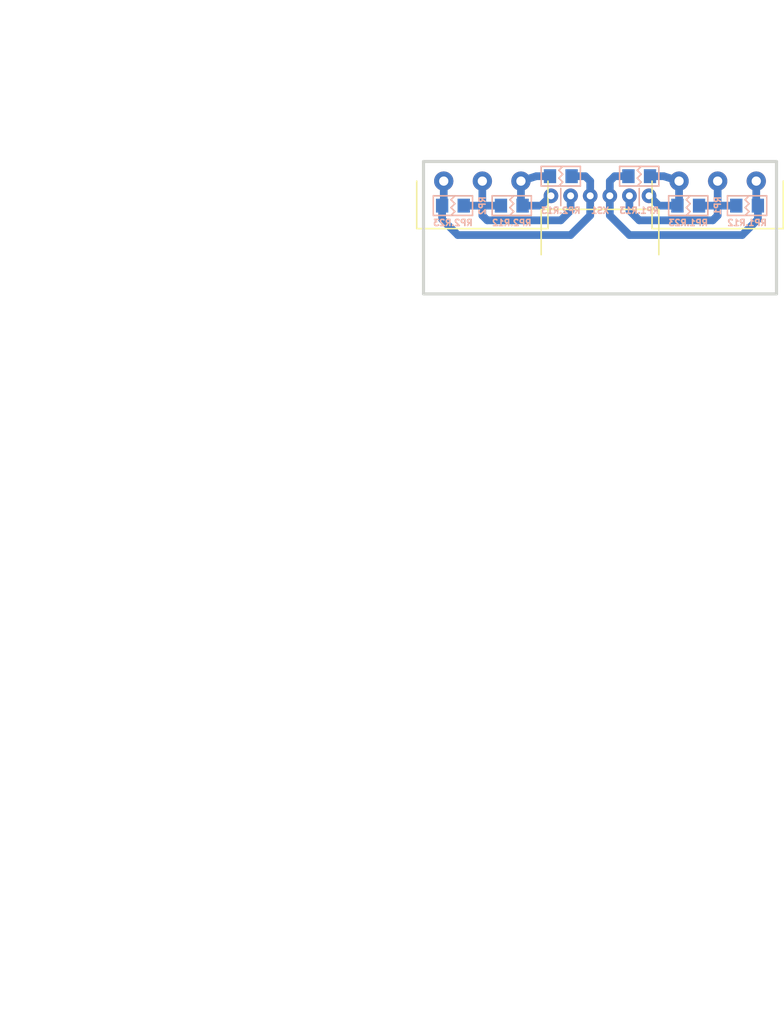
<source format=kicad_pcb>
(kicad_pcb (version 20171130) (host pcbnew 5.1.12-84ad8e8a86~92~ubuntu20.04.1)

  (general
    (thickness 1.6)
    (drawings 7)
    (tracks 44)
    (zones 0)
    (modules 9)
    (nets 7)
  )

  (page A4 portrait)
  (title_block
    (title ТКП-1.26.C-2)
    (date 2025-01-28)
    (rev 1C)
    (company "Great Depression Phaser Potentiometer Board [REV1C]")
    (comment 1 http://github.com/Adept666)
    (comment 2 "Igor Ivanov (Игорь Иванов)")
    (comment 3 -ТТКРЧПДЛ-)
    (comment 4 "This project is licensed under GNU General Public License v3.0 or later")
  )

  (layers
    (0 F.Cu signal)
    (31 B.Cu signal)
    (36 B.SilkS user)
    (38 B.Mask user)
    (39 F.Mask user)
    (44 Edge.Cuts user)
    (45 Margin user)
    (46 B.CrtYd user)
    (47 F.CrtYd user)
    (48 B.Fab user)
    (49 F.Fab user)
  )

  (setup
    (last_trace_width 1)
    (user_trace_width 0.6)
    (trace_clearance 0.2)
    (zone_clearance 0.6)
    (zone_45_only no)
    (trace_min 0.2)
    (via_size 1.5)
    (via_drill 0.5)
    (via_min_size 0.6)
    (via_min_drill 0.3)
    (uvia_size 0.6)
    (uvia_drill 0.3)
    (uvias_allowed no)
    (uvia_min_size 0.6)
    (uvia_min_drill 0.3)
    (edge_width 0.4)
    (segment_width 0.6)
    (pcb_text_width 0.2)
    (pcb_text_size 1 1)
    (mod_edge_width 0.2)
    (mod_text_size 1 1)
    (mod_text_width 0.2)
    (pad_size 1.6 1.8)
    (pad_drill 0)
    (pad_to_mask_clearance 0.1)
    (solder_mask_min_width 0.2)
    (aux_axis_origin 0 0)
    (visible_elements 7FFFFFFF)
    (pcbplotparams
      (layerselection 0x20000_7ffffffe)
      (usegerberextensions false)
      (usegerberattributes false)
      (usegerberadvancedattributes false)
      (creategerberjobfile false)
      (excludeedgelayer false)
      (linewidth 0.100000)
      (plotframeref true)
      (viasonmask false)
      (mode 1)
      (useauxorigin false)
      (hpglpennumber 1)
      (hpglpenspeed 20)
      (hpglpendiameter 15.000000)
      (psnegative false)
      (psa4output false)
      (plotreference false)
      (plotvalue true)
      (plotinvisibletext false)
      (padsonsilk true)
      (subtractmaskfromsilk false)
      (outputformat 4)
      (mirror false)
      (drillshape 0)
      (scaleselection 1)
      (outputdirectory ""))
  )

  (net 0 "")
  (net 1 "Net-(RP1-Pad3)")
  (net 2 "Net-(RP1-Pad1)")
  (net 3 "Net-(RP1-Pad2)")
  (net 4 "Net-(RP2-Pad3)")
  (net 5 "Net-(RP2-Pad1)")
  (net 6 "Net-(RP2-Pad2)")

  (net_class Default "This is the default net class."
    (clearance 0.2)
    (trace_width 1)
    (via_dia 1.5)
    (via_drill 0.5)
    (uvia_dia 0.6)
    (uvia_drill 0.3)
    (diff_pair_width 0.2)
    (diff_pair_gap 0.2)
    (add_net "Net-(RP1-Pad1)")
    (add_net "Net-(RP1-Pad2)")
    (add_net "Net-(RP1-Pad3)")
    (add_net "Net-(RP2-Pad1)")
    (add_net "Net-(RP2-Pad2)")
    (add_net "Net-(RP2-Pad3)")
  )

  (module SBKCL-TH-SL:RP-PDB181-K-20-P-CIRCULAR (layer F.Cu) (tedit 61D0A493) (tstamp 5FE6D9E5)
    (at 90.17 142.875 180)
    (path /5FE7A122)
    (fp_text reference RP2 (at 0 -3.175 270) (layer B.SilkS)
      (effects (font (size 0.8 0.8) (thickness 0.2)) (justify mirror))
    )
    (fp_text value B50K (at 0 -1.27 180) (layer F.Fab)
      (effects (font (size 1 1) (thickness 0.2)))
    )
    (fp_line (start -8.5 -6.15) (end 8.5 -6.15) (layer F.Fab) (width 0.2))
    (fp_line (start -8.5 3.35) (end 8.5 3.35) (layer F.Fab) (width 0.2))
    (fp_line (start -3 23.35) (end 3 23.35) (layer F.Fab) (width 0.2))
    (fp_line (start -8.5 -6.15) (end -8.5 3.35) (layer F.Fab) (width 0.2))
    (fp_line (start 8.5 -6.15) (end 8.5 3.35) (layer F.Fab) (width 0.2))
    (fp_line (start -3.5 3.35) (end -3.5 9.85) (layer F.Fab) (width 0.2))
    (fp_line (start 3.5 3.35) (end 3.5 9.85) (layer F.Fab) (width 0.2))
    (fp_line (start -3 9.85) (end -3 23.35) (layer F.Fab) (width 0.2))
    (fp_line (start 3 9.85) (end 3 23.35) (layer F.Fab) (width 0.2))
    (fp_line (start -3.5 9.85) (end 3.5 9.85) (layer F.Fab) (width 0.2))
    (fp_line (start -8.5 -6.15) (end 8.5 -6.15) (layer F.SilkS) (width 0.2))
    (fp_line (start -8.5 -6.15) (end -8.5 0) (layer F.SilkS) (width 0.2))
    (fp_line (start 8.5 -6.15) (end 8.5 0) (layer F.SilkS) (width 0.2))
    (fp_line (start -8.5 -6.15) (end 8.5 -6.15) (layer F.CrtYd) (width 0.1))
    (fp_line (start -8.5 23.35) (end 8.5 23.35) (layer F.CrtYd) (width 0.1))
    (fp_line (start -8.5 -6.15) (end -8.5 23.35) (layer F.CrtYd) (width 0.1))
    (fp_line (start 8.5 -6.15) (end 8.5 23.35) (layer F.CrtYd) (width 0.1))
    (fp_line (start -8.5 5.35) (end -7.366 5.35) (layer F.Fab) (width 0.2))
    (fp_line (start -8.5 3.35) (end -8.5 5.35) (layer F.Fab) (width 0.2))
    (fp_line (start -7.3 3.35) (end -7.3 5.35) (layer F.Fab) (width 0.2))
    (pad 3 thru_hole circle (at 5 0 180) (size 2.5 2.5) (drill 1.2) (layers B.Cu B.Mask)
      (net 4 "Net-(RP2-Pad3)"))
    (pad 1 thru_hole circle (at -5 0 180) (size 2.5 2.5) (drill 1.2) (layers B.Cu B.Mask)
      (net 5 "Net-(RP2-Pad1)"))
    (pad 2 thru_hole circle (at 0 0 180) (size 2.5 2.5) (drill 1.2) (layers B.Cu B.Mask)
      (net 6 "Net-(RP2-Pad2)"))
  )

  (module SBKCL-TH-SL:RP-PDB181-K-20-P-CIRCULAR (layer F.Cu) (tedit 61D0A493) (tstamp 6416FD66)
    (at 120.65 142.875 180)
    (path /60859B26)
    (fp_text reference RP1 (at 0 -3.175 270) (layer B.SilkS)
      (effects (font (size 0.8 0.8) (thickness 0.2)) (justify mirror))
    )
    (fp_text value B50K (at 0 -1.27 180) (layer F.Fab)
      (effects (font (size 1 1) (thickness 0.2)))
    )
    (fp_line (start -8.5 -6.15) (end 8.5 -6.15) (layer F.Fab) (width 0.2))
    (fp_line (start -8.5 3.35) (end 8.5 3.35) (layer F.Fab) (width 0.2))
    (fp_line (start -3 23.35) (end 3 23.35) (layer F.Fab) (width 0.2))
    (fp_line (start -8.5 -6.15) (end -8.5 3.35) (layer F.Fab) (width 0.2))
    (fp_line (start 8.5 -6.15) (end 8.5 3.35) (layer F.Fab) (width 0.2))
    (fp_line (start -3.5 3.35) (end -3.5 9.85) (layer F.Fab) (width 0.2))
    (fp_line (start 3.5 3.35) (end 3.5 9.85) (layer F.Fab) (width 0.2))
    (fp_line (start -3 9.85) (end -3 23.35) (layer F.Fab) (width 0.2))
    (fp_line (start 3 9.85) (end 3 23.35) (layer F.Fab) (width 0.2))
    (fp_line (start -3.5 9.85) (end 3.5 9.85) (layer F.Fab) (width 0.2))
    (fp_line (start -8.5 -6.15) (end 8.5 -6.15) (layer F.SilkS) (width 0.2))
    (fp_line (start -8.5 -6.15) (end -8.5 0) (layer F.SilkS) (width 0.2))
    (fp_line (start 8.5 -6.15) (end 8.5 0) (layer F.SilkS) (width 0.2))
    (fp_line (start -8.5 -6.15) (end 8.5 -6.15) (layer F.CrtYd) (width 0.1))
    (fp_line (start -8.5 23.35) (end 8.5 23.35) (layer F.CrtYd) (width 0.1))
    (fp_line (start -8.5 -6.15) (end -8.5 23.35) (layer F.CrtYd) (width 0.1))
    (fp_line (start 8.5 -6.15) (end 8.5 23.35) (layer F.CrtYd) (width 0.1))
    (fp_line (start -8.5 5.35) (end -7.366 5.35) (layer F.Fab) (width 0.2))
    (fp_line (start -8.5 3.35) (end -8.5 5.35) (layer F.Fab) (width 0.2))
    (fp_line (start -7.3 3.35) (end -7.3 5.35) (layer F.Fab) (width 0.2))
    (pad 3 thru_hole circle (at 5 0 180) (size 2.5 2.5) (drill 1.2) (layers B.Cu B.Mask)
      (net 1 "Net-(RP1-Pad3)"))
    (pad 1 thru_hole circle (at -5 0 180) (size 2.5 2.5) (drill 1.2) (layers B.Cu B.Mask)
      (net 2 "Net-(RP1-Pad1)"))
    (pad 2 thru_hole circle (at 0 0 180) (size 2.5 2.5) (drill 1.2) (layers B.Cu B.Mask)
      (net 3 "Net-(RP1-Pad2)"))
  )

  (module SBKCL-TH-SL:CON-PBS-06R-CIRCULAR (layer F.Cu) (tedit 63D83BB1) (tstamp 6416D743)
    (at 105.41 144.78)
    (path /60033671)
    (fp_text reference XS1 (at 0 1.905) (layer B.SilkS)
      (effects (font (size 0.8 0.8) (thickness 0.2)) (justify mirror))
    )
    (fp_text value PBS-06R (at 0 5.715) (layer F.Fab)
      (effects (font (size 1 1) (thickness 0.2)))
    )
    (fp_line (start 7.62 -0.45) (end 7.62 10.16) (layer F.CrtYd) (width 0.1))
    (fp_line (start -7.62 -0.45) (end -7.62 10.16) (layer F.CrtYd) (width 0.1))
    (fp_line (start -7.62 10.16) (end 7.62 10.16) (layer F.CrtYd) (width 0.1))
    (fp_line (start -7.62 -0.45) (end 7.62 -0.45) (layer F.CrtYd) (width 0.1))
    (fp_line (start 7.62 1.76) (end 7.62 7.62) (layer F.SilkS) (width 0.2))
    (fp_line (start -7.62 1.76) (end -7.62 7.62) (layer F.SilkS) (width 0.2))
    (fp_line (start -7.62 1.76) (end 7.62 1.76) (layer F.SilkS) (width 0.2))
    (fp_line (start -7.62 1.76) (end 7.62 1.76) (layer F.Fab) (width 0.2))
    (fp_line (start -7.62 10.16) (end 7.62 10.16) (layer F.Fab) (width 0.2))
    (fp_line (start -7.62 1.76) (end -7.62 10.16) (layer F.Fab) (width 0.2))
    (fp_line (start 7.62 1.76) (end 7.62 10.16) (layer F.Fab) (width 0.2))
    (pad 6 thru_hole circle (at 6.35 0) (size 1.9 1.9) (drill 0.9) (layers B.Cu B.Mask)
      (net 1 "Net-(RP1-Pad3)"))
    (pad 5 thru_hole circle (at 3.81 0) (size 1.9 1.9) (drill 0.9) (layers B.Cu B.Mask)
      (net 3 "Net-(RP1-Pad2)"))
    (pad 4 thru_hole circle (at 1.27 0) (size 1.9 1.9) (drill 0.9) (layers B.Cu B.Mask)
      (net 2 "Net-(RP1-Pad1)"))
    (pad 1 thru_hole circle (at -6.35 0) (size 1.9 1.9) (drill 0.9) (layers B.Cu B.Mask)
      (net 5 "Net-(RP2-Pad1)"))
    (pad 2 thru_hole circle (at -3.81 0) (size 1.9 1.9) (drill 0.9) (layers B.Cu B.Mask)
      (net 6 "Net-(RP2-Pad2)"))
    (pad 3 thru_hole circle (at -1.27 0) (size 1.9 1.9) (drill 0.9) (layers B.Cu B.Mask)
      (net 4 "Net-(RP2-Pad3)"))
  )

  (module KCL-SM:R-SM-1206 (layer B.Cu) (tedit 610FE4F7) (tstamp 6416E107)
    (at 86.36 146.05)
    (path /641E9308)
    (fp_text reference RP2.R23 (at 0 2.2225) (layer B.SilkS)
      (effects (font (size 0.8 0.8) (thickness 0.2)) (justify mirror))
    )
    (fp_text value X (at 0 0) (layer B.Fab)
      (effects (font (size 1 1) (thickness 0.2)) (justify mirror))
    )
    (fp_line (start -1.6 0.8) (end -1.6 -0.8) (layer B.Fab) (width 0.2))
    (fp_line (start -1.6 -0.8) (end 1.6 -0.8) (layer B.Fab) (width 0.2))
    (fp_line (start 1.6 0.8) (end 1.6 -0.8) (layer B.Fab) (width 0.2))
    (fp_line (start -1.6 0.8) (end 1.6 0.8) (layer B.Fab) (width 0.2))
    (fp_line (start -2.54 1.27) (end -2.54 -1.27) (layer B.SilkS) (width 0.2))
    (fp_line (start 2.54 1.27) (end 2.54 -1.27) (layer B.SilkS) (width 0.2))
    (fp_line (start -2.54 1.27) (end 2.54 1.27) (layer B.SilkS) (width 0.2))
    (fp_line (start -2.54 -1.27) (end 2.54 -1.27) (layer B.SilkS) (width 0.2))
    (fp_line (start -0.254 -0.762) (end 0.254 -1.27) (layer B.SilkS) (width 0.2))
    (fp_line (start 0.254 -0.254) (end -0.254 -0.762) (layer B.SilkS) (width 0.2))
    (fp_line (start -0.254 0.254) (end 0.254 -0.254) (layer B.SilkS) (width 0.2))
    (fp_line (start 0.254 0.762) (end -0.254 1.27) (layer B.SilkS) (width 0.2))
    (fp_line (start -0.254 0.254) (end 0.254 0.762) (layer B.SilkS) (width 0.2))
    (fp_line (start -2.54 1.27) (end -2.54 -1.27) (layer B.CrtYd) (width 0.1))
    (fp_line (start -2.54 -1.27) (end 2.54 -1.27) (layer B.CrtYd) (width 0.1))
    (fp_line (start 2.54 1.27) (end 2.54 -1.27) (layer B.CrtYd) (width 0.1))
    (fp_line (start -2.54 1.27) (end 2.54 1.27) (layer B.CrtYd) (width 0.1))
    (pad 2 smd rect (at 1.4 0) (size 1.6 1.8) (layers B.Cu B.Mask)
      (net 6 "Net-(RP2-Pad2)"))
    (pad 1 smd rect (at -1.4 0) (size 1.6 1.8) (layers B.Cu B.Mask)
      (net 4 "Net-(RP2-Pad3)"))
  )

  (module KCL-SM:R-SM-1206 (layer B.Cu) (tedit 610FE4F7) (tstamp 641703E0)
    (at 100.33 142.24 180)
    (path /641E9310)
    (fp_text reference RP2.R13 (at 0 -4.445 180) (layer B.SilkS)
      (effects (font (size 0.8 0.8) (thickness 0.2)) (justify mirror))
    )
    (fp_text value X (at 0 0 180) (layer B.Fab)
      (effects (font (size 1 1) (thickness 0.2)) (justify mirror))
    )
    (fp_line (start -1.6 0.8) (end -1.6 -0.8) (layer B.Fab) (width 0.2))
    (fp_line (start -1.6 -0.8) (end 1.6 -0.8) (layer B.Fab) (width 0.2))
    (fp_line (start 1.6 0.8) (end 1.6 -0.8) (layer B.Fab) (width 0.2))
    (fp_line (start -1.6 0.8) (end 1.6 0.8) (layer B.Fab) (width 0.2))
    (fp_line (start -2.54 1.27) (end -2.54 -1.27) (layer B.SilkS) (width 0.2))
    (fp_line (start 2.54 1.27) (end 2.54 -1.27) (layer B.SilkS) (width 0.2))
    (fp_line (start -2.54 1.27) (end 2.54 1.27) (layer B.SilkS) (width 0.2))
    (fp_line (start -2.54 -1.27) (end 2.54 -1.27) (layer B.SilkS) (width 0.2))
    (fp_line (start -0.254 -0.762) (end 0.254 -1.27) (layer B.SilkS) (width 0.2))
    (fp_line (start 0.254 -0.254) (end -0.254 -0.762) (layer B.SilkS) (width 0.2))
    (fp_line (start -0.254 0.254) (end 0.254 -0.254) (layer B.SilkS) (width 0.2))
    (fp_line (start 0.254 0.762) (end -0.254 1.27) (layer B.SilkS) (width 0.2))
    (fp_line (start -0.254 0.254) (end 0.254 0.762) (layer B.SilkS) (width 0.2))
    (fp_line (start -2.54 1.27) (end -2.54 -1.27) (layer B.CrtYd) (width 0.1))
    (fp_line (start -2.54 -1.27) (end 2.54 -1.27) (layer B.CrtYd) (width 0.1))
    (fp_line (start 2.54 1.27) (end 2.54 -1.27) (layer B.CrtYd) (width 0.1))
    (fp_line (start -2.54 1.27) (end 2.54 1.27) (layer B.CrtYd) (width 0.1))
    (pad 2 smd rect (at 1.4 0 180) (size 1.6 1.8) (layers B.Cu B.Mask)
      (net 5 "Net-(RP2-Pad1)"))
    (pad 1 smd rect (at -1.4 0 180) (size 1.6 1.8) (layers B.Cu B.Mask)
      (net 4 "Net-(RP2-Pad3)"))
  )

  (module KCL-SM:R-SM-1206 (layer B.Cu) (tedit 610FE4F7) (tstamp 6416E209)
    (at 93.98 146.05)
    (path /641E9318)
    (fp_text reference RP2.R12 (at 0 2.2225) (layer B.SilkS)
      (effects (font (size 0.8 0.8) (thickness 0.2)) (justify mirror))
    )
    (fp_text value X (at 0 0) (layer B.Fab)
      (effects (font (size 1 1) (thickness 0.2)) (justify mirror))
    )
    (fp_line (start -1.6 0.8) (end -1.6 -0.8) (layer B.Fab) (width 0.2))
    (fp_line (start -1.6 -0.8) (end 1.6 -0.8) (layer B.Fab) (width 0.2))
    (fp_line (start 1.6 0.8) (end 1.6 -0.8) (layer B.Fab) (width 0.2))
    (fp_line (start -1.6 0.8) (end 1.6 0.8) (layer B.Fab) (width 0.2))
    (fp_line (start -2.54 1.27) (end -2.54 -1.27) (layer B.SilkS) (width 0.2))
    (fp_line (start 2.54 1.27) (end 2.54 -1.27) (layer B.SilkS) (width 0.2))
    (fp_line (start -2.54 1.27) (end 2.54 1.27) (layer B.SilkS) (width 0.2))
    (fp_line (start -2.54 -1.27) (end 2.54 -1.27) (layer B.SilkS) (width 0.2))
    (fp_line (start -0.254 -0.762) (end 0.254 -1.27) (layer B.SilkS) (width 0.2))
    (fp_line (start 0.254 -0.254) (end -0.254 -0.762) (layer B.SilkS) (width 0.2))
    (fp_line (start -0.254 0.254) (end 0.254 -0.254) (layer B.SilkS) (width 0.2))
    (fp_line (start 0.254 0.762) (end -0.254 1.27) (layer B.SilkS) (width 0.2))
    (fp_line (start -0.254 0.254) (end 0.254 0.762) (layer B.SilkS) (width 0.2))
    (fp_line (start -2.54 1.27) (end -2.54 -1.27) (layer B.CrtYd) (width 0.1))
    (fp_line (start -2.54 -1.27) (end 2.54 -1.27) (layer B.CrtYd) (width 0.1))
    (fp_line (start 2.54 1.27) (end 2.54 -1.27) (layer B.CrtYd) (width 0.1))
    (fp_line (start -2.54 1.27) (end 2.54 1.27) (layer B.CrtYd) (width 0.1))
    (pad 2 smd rect (at 1.4 0) (size 1.6 1.8) (layers B.Cu B.Mask)
      (net 5 "Net-(RP2-Pad1)"))
    (pad 1 smd rect (at -1.4 0) (size 1.6 1.8) (layers B.Cu B.Mask)
      (net 6 "Net-(RP2-Pad2)"))
  )

  (module KCL-SM:R-SM-1206 (layer B.Cu) (tedit 610FE4F7) (tstamp 6416D58B)
    (at 116.84 146.05)
    (path /6418962D)
    (fp_text reference RP1.R23 (at 0 2.2225) (layer B.SilkS)
      (effects (font (size 0.8 0.8) (thickness 0.2)) (justify mirror))
    )
    (fp_text value X (at 0 0) (layer B.Fab)
      (effects (font (size 1 1) (thickness 0.2)) (justify mirror))
    )
    (fp_line (start -1.6 0.8) (end -1.6 -0.8) (layer B.Fab) (width 0.2))
    (fp_line (start -1.6 -0.8) (end 1.6 -0.8) (layer B.Fab) (width 0.2))
    (fp_line (start 1.6 0.8) (end 1.6 -0.8) (layer B.Fab) (width 0.2))
    (fp_line (start -1.6 0.8) (end 1.6 0.8) (layer B.Fab) (width 0.2))
    (fp_line (start -2.54 1.27) (end -2.54 -1.27) (layer B.SilkS) (width 0.2))
    (fp_line (start 2.54 1.27) (end 2.54 -1.27) (layer B.SilkS) (width 0.2))
    (fp_line (start -2.54 1.27) (end 2.54 1.27) (layer B.SilkS) (width 0.2))
    (fp_line (start -2.54 -1.27) (end 2.54 -1.27) (layer B.SilkS) (width 0.2))
    (fp_line (start -0.254 -0.762) (end 0.254 -1.27) (layer B.SilkS) (width 0.2))
    (fp_line (start 0.254 -0.254) (end -0.254 -0.762) (layer B.SilkS) (width 0.2))
    (fp_line (start -0.254 0.254) (end 0.254 -0.254) (layer B.SilkS) (width 0.2))
    (fp_line (start 0.254 0.762) (end -0.254 1.27) (layer B.SilkS) (width 0.2))
    (fp_line (start -0.254 0.254) (end 0.254 0.762) (layer B.SilkS) (width 0.2))
    (fp_line (start -2.54 1.27) (end -2.54 -1.27) (layer B.CrtYd) (width 0.1))
    (fp_line (start -2.54 -1.27) (end 2.54 -1.27) (layer B.CrtYd) (width 0.1))
    (fp_line (start 2.54 1.27) (end 2.54 -1.27) (layer B.CrtYd) (width 0.1))
    (fp_line (start -2.54 1.27) (end 2.54 1.27) (layer B.CrtYd) (width 0.1))
    (pad 2 smd rect (at 1.4 0) (size 1.6 1.8) (layers B.Cu B.Mask)
      (net 3 "Net-(RP1-Pad2)"))
    (pad 1 smd rect (at -1.4 0) (size 1.6 1.8) (layers B.Cu B.Mask)
      (net 1 "Net-(RP1-Pad3)"))
  )

  (module KCL-SM:R-SM-1206 (layer B.Cu) (tedit 610FE4F7) (tstamp 641702E1)
    (at 110.49 142.24 180)
    (path /641B6004)
    (fp_text reference RP1.R13 (at 0 -4.445 180) (layer B.SilkS)
      (effects (font (size 0.8 0.8) (thickness 0.2)) (justify mirror))
    )
    (fp_text value X (at 0 0 180) (layer B.Fab)
      (effects (font (size 1 1) (thickness 0.2)) (justify mirror))
    )
    (fp_line (start -1.6 0.8) (end -1.6 -0.8) (layer B.Fab) (width 0.2))
    (fp_line (start -1.6 -0.8) (end 1.6 -0.8) (layer B.Fab) (width 0.2))
    (fp_line (start 1.6 0.8) (end 1.6 -0.8) (layer B.Fab) (width 0.2))
    (fp_line (start -1.6 0.8) (end 1.6 0.8) (layer B.Fab) (width 0.2))
    (fp_line (start -2.54 1.27) (end -2.54 -1.27) (layer B.SilkS) (width 0.2))
    (fp_line (start 2.54 1.27) (end 2.54 -1.27) (layer B.SilkS) (width 0.2))
    (fp_line (start -2.54 1.27) (end 2.54 1.27) (layer B.SilkS) (width 0.2))
    (fp_line (start -2.54 -1.27) (end 2.54 -1.27) (layer B.SilkS) (width 0.2))
    (fp_line (start -0.254 -0.762) (end 0.254 -1.27) (layer B.SilkS) (width 0.2))
    (fp_line (start 0.254 -0.254) (end -0.254 -0.762) (layer B.SilkS) (width 0.2))
    (fp_line (start -0.254 0.254) (end 0.254 -0.254) (layer B.SilkS) (width 0.2))
    (fp_line (start 0.254 0.762) (end -0.254 1.27) (layer B.SilkS) (width 0.2))
    (fp_line (start -0.254 0.254) (end 0.254 0.762) (layer B.SilkS) (width 0.2))
    (fp_line (start -2.54 1.27) (end -2.54 -1.27) (layer B.CrtYd) (width 0.1))
    (fp_line (start -2.54 -1.27) (end 2.54 -1.27) (layer B.CrtYd) (width 0.1))
    (fp_line (start 2.54 1.27) (end 2.54 -1.27) (layer B.CrtYd) (width 0.1))
    (fp_line (start -2.54 1.27) (end 2.54 1.27) (layer B.CrtYd) (width 0.1))
    (pad 2 smd rect (at 1.4 0 180) (size 1.6 1.8) (layers B.Cu B.Mask)
      (net 2 "Net-(RP1-Pad1)"))
    (pad 1 smd rect (at -1.4 0 180) (size 1.6 1.8) (layers B.Cu B.Mask)
      (net 1 "Net-(RP1-Pad3)"))
  )

  (module KCL-SM:R-SM-1206 (layer B.Cu) (tedit 610FE4F7) (tstamp 6416D55D)
    (at 124.46 146.05)
    (path /6417BA56)
    (fp_text reference RP1.R12 (at 0 2.2225) (layer B.SilkS)
      (effects (font (size 0.8 0.8) (thickness 0.2)) (justify mirror))
    )
    (fp_text value X (at 0 0) (layer B.Fab)
      (effects (font (size 1 1) (thickness 0.2)) (justify mirror))
    )
    (fp_line (start -2.54 1.27) (end 2.54 1.27) (layer B.CrtYd) (width 0.1))
    (fp_line (start 2.54 1.27) (end 2.54 -1.27) (layer B.CrtYd) (width 0.1))
    (fp_line (start -2.54 -1.27) (end 2.54 -1.27) (layer B.CrtYd) (width 0.1))
    (fp_line (start -2.54 1.27) (end -2.54 -1.27) (layer B.CrtYd) (width 0.1))
    (fp_line (start -0.254 0.254) (end 0.254 0.762) (layer B.SilkS) (width 0.2))
    (fp_line (start 0.254 0.762) (end -0.254 1.27) (layer B.SilkS) (width 0.2))
    (fp_line (start -0.254 0.254) (end 0.254 -0.254) (layer B.SilkS) (width 0.2))
    (fp_line (start 0.254 -0.254) (end -0.254 -0.762) (layer B.SilkS) (width 0.2))
    (fp_line (start -0.254 -0.762) (end 0.254 -1.27) (layer B.SilkS) (width 0.2))
    (fp_line (start -2.54 -1.27) (end 2.54 -1.27) (layer B.SilkS) (width 0.2))
    (fp_line (start -2.54 1.27) (end 2.54 1.27) (layer B.SilkS) (width 0.2))
    (fp_line (start 2.54 1.27) (end 2.54 -1.27) (layer B.SilkS) (width 0.2))
    (fp_line (start -2.54 1.27) (end -2.54 -1.27) (layer B.SilkS) (width 0.2))
    (fp_line (start -1.6 0.8) (end 1.6 0.8) (layer B.Fab) (width 0.2))
    (fp_line (start 1.6 0.8) (end 1.6 -0.8) (layer B.Fab) (width 0.2))
    (fp_line (start -1.6 -0.8) (end 1.6 -0.8) (layer B.Fab) (width 0.2))
    (fp_line (start -1.6 0.8) (end -1.6 -0.8) (layer B.Fab) (width 0.2))
    (pad 1 smd rect (at -1.4 0) (size 1.6 1.8) (layers B.Cu B.Mask)
      (net 3 "Net-(RP1-Pad2)"))
    (pad 2 smd rect (at 1.4 0) (size 1.6 1.8) (layers B.Cu B.Mask)
      (net 2 "Net-(RP1-Pad1)"))
  )

  (gr_text "1. Перечёркнутые элементы не устанавливать." (at 119.83 250.19) (layer B.Fab)
    (effects (font (size 2.54 2.54) (thickness 0.2)) (justify left mirror))
  )
  (gr_line (start 110.49 143.8275) (end 110.49 146.05) (layer B.SilkS) (width 0.2))
  (gr_line (start 100.33 143.8275) (end 100.33 146.05) (layer B.SilkS) (width 0.2))
  (gr_line (start 128.27 140.335) (end 128.27 157.48) (layer Edge.Cuts) (width 0.4) (tstamp 5FE6F872))
  (gr_line (start 82.55 140.335) (end 82.55 157.48) (layer Edge.Cuts) (width 0.4) (tstamp 5FE6F872))
  (gr_line (start 82.55 157.48) (end 128.27 157.48) (layer Edge.Cuts) (width 0.4) (tstamp 5FE6FAB1))
  (gr_line (start 82.55 140.335) (end 128.27 140.335) (layer Edge.Cuts) (width 0.4) (tstamp 5FE6F86E))

  (segment (start 111.89 142.24) (end 113.665 142.24) (width 1) (layer B.Cu) (net 1) (tstamp 6416DD70))
  (segment (start 113.665 142.24) (end 115.65 142.875) (width 1) (layer B.Cu) (net 1) (tstamp 6416DD71))
  (segment (start 115.65 142.875) (end 115.65 146.05) (width 1) (layer B.Cu) (net 1))
  (segment (start 115.44 146.05) (end 113.03 146.05) (width 1) (layer B.Cu) (net 1))
  (segment (start 113.03 146.05) (end 111.76 144.78) (width 1) (layer B.Cu) (net 1))
  (segment (start 106.68 142.875) (end 107.315 142.24) (width 1) (layer B.Cu) (net 2))
  (segment (start 109.09 142.24) (end 107.315 142.24) (width 1) (layer B.Cu) (net 2))
  (segment (start 106.68 142.875) (end 106.68 144.78) (width 1) (layer B.Cu) (net 2))
  (segment (start 106.68 147.32) (end 106.68 144.78) (width 1) (layer B.Cu) (net 2))
  (segment (start 109.22 149.86) (end 106.68 147.32) (width 1) (layer B.Cu) (net 2))
  (segment (start 123.825 149.86) (end 109.22 149.86) (width 1) (layer B.Cu) (net 2))
  (segment (start 125.86 147.825) (end 123.825 149.86) (width 1) (layer B.Cu) (net 2))
  (segment (start 125.86 146.05) (end 125.86 147.825) (width 1) (layer B.Cu) (net 2))
  (segment (start 125.65 142.875) (end 125.65 146.05) (width 1) (layer B.Cu) (net 2))
  (segment (start 109.22 146.685) (end 109.22 144.78) (width 1) (layer B.Cu) (net 3))
  (segment (start 110.49 147.955) (end 109.22 146.685) (width 1) (layer B.Cu) (net 3))
  (segment (start 120.65 142.875) (end 120.65 146.05) (width 1) (layer B.Cu) (net 3))
  (segment (start 118.24 146.05) (end 120.65 146.05) (width 1) (layer B.Cu) (net 3))
  (segment (start 123.06 146.05) (end 120.65 146.05) (width 1) (layer B.Cu) (net 3))
  (segment (start 120.65 146.05) (end 120.65 147.32) (width 1) (layer B.Cu) (net 3))
  (segment (start 120.65 147.32) (end 120.015 147.955) (width 1) (layer B.Cu) (net 3))
  (segment (start 120.015 147.955) (end 110.49 147.955) (width 1) (layer B.Cu) (net 3))
  (segment (start 103.505 142.24) (end 104.14 142.875) (width 1) (layer B.Cu) (net 4))
  (segment (start 104.14 142.875) (end 104.14 144.78) (width 1) (layer B.Cu) (net 4))
  (segment (start 101.73 142.24) (end 103.505 142.24) (width 1) (layer B.Cu) (net 4))
  (segment (start 104.14 147.32) (end 104.14 144.78) (width 1) (layer B.Cu) (net 4))
  (segment (start 101.6 149.86) (end 104.14 147.32) (width 1) (layer B.Cu) (net 4))
  (segment (start 86.995 149.86) (end 101.6 149.86) (width 1) (layer B.Cu) (net 4))
  (segment (start 84.96 147.825) (end 86.995 149.86) (width 1) (layer B.Cu) (net 4))
  (segment (start 84.96 146.05) (end 84.96 147.825) (width 1) (layer B.Cu) (net 4))
  (segment (start 85.17 142.875) (end 85.17 146.05) (width 1) (layer B.Cu) (net 4))
  (segment (start 98.93 142.24) (end 97.155 142.24) (width 1) (layer B.Cu) (net 5))
  (segment (start 97.155 142.24) (end 95.17 142.875) (width 1) (layer B.Cu) (net 5))
  (segment (start 95.17 142.875) (end 95.17 146.05) (width 1) (layer B.Cu) (net 5))
  (segment (start 95.38 146.05) (end 97.79 146.05) (width 1) (layer B.Cu) (net 5))
  (segment (start 97.79 146.05) (end 99.06 144.78) (width 1) (layer B.Cu) (net 5))
  (segment (start 101.6 146.685) (end 101.6 144.78) (width 1) (layer B.Cu) (net 6))
  (segment (start 100.33 147.955) (end 101.6 146.685) (width 1) (layer B.Cu) (net 6))
  (segment (start 90.17 142.875) (end 90.17 146.05) (width 1) (layer B.Cu) (net 6))
  (segment (start 87.76 146.05) (end 90.17 146.05) (width 1) (layer B.Cu) (net 6))
  (segment (start 92.58 146.05) (end 90.17 146.05) (width 1) (layer B.Cu) (net 6))
  (segment (start 90.17 146.05) (end 90.17 147.32) (width 1) (layer B.Cu) (net 6))
  (segment (start 90.17 147.32) (end 90.805 147.955) (width 1) (layer B.Cu) (net 6))
  (segment (start 90.805 147.955) (end 100.33 147.955) (width 1) (layer B.Cu) (net 6))

)

</source>
